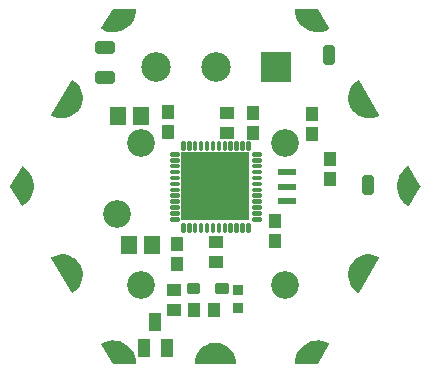
<source format=gbr>
G04 EAGLE Gerber RS-274X export*
G75*
%MOMM*%
%FSLAX34Y34*%
%LPD*%
%INSoldermask Bottom*%
%IPPOS*%
%AMOC8*
5,1,8,0,0,1.08239X$1,22.5*%
G01*
%ADD10R,1.101600X1.201600*%
%ADD11C,0.225016*%
%ADD12R,5.801588X5.801588*%
%ADD13R,1.501597X0.501600*%
%ADD14R,1.201600X1.101600*%
%ADD15R,1.401600X1.601600*%
%ADD16C,0.605878*%
%ADD17C,1.101600*%
%ADD18C,2.351600*%
%ADD19R,1.101600X1.501600*%
%ADD20R,2.501600X2.501600*%
%ADD21C,2.501600*%
%ADD22C,0.297525*%
%ADD23R,0.901600X0.901600*%

G36*
X363231Y195709D02*
X363231Y195709D01*
X363260Y195706D01*
X363327Y195728D01*
X363397Y195742D01*
X363421Y195759D01*
X363449Y195768D01*
X363502Y195815D01*
X363561Y195855D01*
X363577Y195879D01*
X363599Y195899D01*
X363630Y195963D01*
X363668Y196022D01*
X363673Y196051D01*
X363685Y196077D01*
X363694Y196177D01*
X363701Y196219D01*
X363698Y196229D01*
X363700Y196243D01*
X363468Y199041D01*
X363458Y199075D01*
X363454Y199123D01*
X362765Y201844D01*
X362750Y201876D01*
X362738Y201922D01*
X361610Y204494D01*
X361590Y204522D01*
X361571Y204566D01*
X360035Y206917D01*
X360011Y206941D01*
X359985Y206982D01*
X358083Y209047D01*
X358055Y209068D01*
X358022Y209103D01*
X355807Y210828D01*
X355776Y210843D01*
X355738Y210873D01*
X353268Y212209D01*
X353235Y212219D01*
X353193Y212242D01*
X352007Y212650D01*
X350553Y213149D01*
X350537Y213154D01*
X350503Y213159D01*
X350457Y213174D01*
X347688Y213636D01*
X347653Y213635D01*
X347606Y213643D01*
X344798Y213643D01*
X344764Y213636D01*
X344716Y213636D01*
X341947Y213174D01*
X341914Y213162D01*
X341867Y213154D01*
X339211Y212242D01*
X339181Y212225D01*
X339136Y212209D01*
X336666Y210873D01*
X336640Y210851D01*
X336597Y210828D01*
X334382Y209103D01*
X334359Y209077D01*
X334321Y209047D01*
X332419Y206982D01*
X332401Y206952D01*
X332369Y206917D01*
X330833Y204566D01*
X330820Y204534D01*
X330794Y204494D01*
X329666Y201922D01*
X329659Y201889D01*
X329656Y201882D01*
X329650Y201873D01*
X329649Y201867D01*
X329639Y201844D01*
X328950Y199123D01*
X328948Y199088D01*
X328936Y199041D01*
X328704Y196243D01*
X328708Y196214D01*
X328703Y196185D01*
X328720Y196116D01*
X328728Y196046D01*
X328742Y196020D01*
X328749Y195992D01*
X328791Y195935D01*
X328826Y195873D01*
X328850Y195855D01*
X328867Y195832D01*
X328928Y195796D01*
X328985Y195753D01*
X329013Y195745D01*
X329038Y195730D01*
X329136Y195714D01*
X329177Y195703D01*
X329188Y195705D01*
X329202Y195703D01*
X363202Y195703D01*
X363231Y195709D01*
G37*
G36*
X224809Y256012D02*
X224809Y256012D01*
X224880Y256009D01*
X224907Y256019D01*
X224936Y256021D01*
X225026Y256063D01*
X225066Y256078D01*
X225074Y256086D01*
X225087Y256092D01*
X227390Y257691D01*
X227414Y257717D01*
X227454Y257744D01*
X229463Y259701D01*
X229482Y259730D01*
X229517Y259763D01*
X231176Y262024D01*
X231191Y262055D01*
X231220Y262094D01*
X232484Y264597D01*
X232493Y264631D01*
X232515Y264674D01*
X233351Y267351D01*
X233354Y267385D01*
X233369Y267431D01*
X233752Y270210D01*
X233750Y270244D01*
X233756Y270292D01*
X233677Y273095D01*
X233669Y273129D01*
X233668Y273177D01*
X233129Y275929D01*
X233115Y275961D01*
X233106Y276009D01*
X232121Y278634D01*
X232106Y278659D01*
X232101Y278679D01*
X232093Y278690D01*
X232086Y278709D01*
X230682Y281137D01*
X230659Y281163D01*
X230635Y281205D01*
X228851Y283368D01*
X228824Y283390D01*
X228793Y283427D01*
X226677Y285268D01*
X226647Y285285D01*
X226611Y285317D01*
X224220Y286784D01*
X224188Y286795D01*
X224147Y286821D01*
X221548Y287874D01*
X221514Y287881D01*
X221469Y287899D01*
X218732Y288510D01*
X218697Y288511D01*
X218650Y288522D01*
X215850Y288674D01*
X215816Y288669D01*
X215768Y288672D01*
X212980Y288362D01*
X212947Y288351D01*
X212899Y288346D01*
X210201Y287581D01*
X210171Y287565D01*
X210124Y287552D01*
X207589Y286353D01*
X207565Y286336D01*
X207538Y286326D01*
X207486Y286277D01*
X207429Y286234D01*
X207415Y286209D01*
X207394Y286189D01*
X207365Y286124D01*
X207329Y286063D01*
X207326Y286034D01*
X207314Y286007D01*
X207313Y285936D01*
X207304Y285865D01*
X207312Y285837D01*
X207312Y285808D01*
X207346Y285715D01*
X207358Y285674D01*
X207365Y285665D01*
X207370Y285652D01*
X224370Y256252D01*
X224389Y256230D01*
X224402Y256204D01*
X224455Y256156D01*
X224502Y256103D01*
X224528Y256091D01*
X224550Y256071D01*
X224617Y256048D01*
X224681Y256018D01*
X224710Y256016D01*
X224738Y256007D01*
X224809Y256012D01*
G37*
G36*
X476588Y403735D02*
X476588Y403735D01*
X476636Y403732D01*
X479424Y404042D01*
X479457Y404053D01*
X479505Y404058D01*
X482203Y404823D01*
X482233Y404839D01*
X482280Y404852D01*
X484815Y406051D01*
X484839Y406068D01*
X484866Y406078D01*
X484918Y406127D01*
X484975Y406170D01*
X484989Y406195D01*
X485011Y406215D01*
X485039Y406280D01*
X485075Y406342D01*
X485078Y406370D01*
X485090Y406397D01*
X485091Y406468D01*
X485100Y406539D01*
X485092Y406567D01*
X485092Y406596D01*
X485058Y406689D01*
X485046Y406730D01*
X485039Y406739D01*
X485034Y406752D01*
X468034Y436152D01*
X468015Y436174D01*
X468002Y436200D01*
X467949Y436248D01*
X467902Y436301D01*
X467876Y436313D01*
X467854Y436333D01*
X467787Y436356D01*
X467723Y436386D01*
X467694Y436388D01*
X467666Y436397D01*
X467595Y436392D01*
X467524Y436395D01*
X467497Y436385D01*
X467468Y436383D01*
X467378Y436341D01*
X467338Y436326D01*
X467330Y436318D01*
X467317Y436312D01*
X465014Y434713D01*
X464990Y434688D01*
X464950Y434660D01*
X462941Y432703D01*
X462922Y432674D01*
X462887Y432641D01*
X461228Y430380D01*
X461213Y430349D01*
X461184Y430310D01*
X459920Y427807D01*
X459911Y427773D01*
X459889Y427730D01*
X459053Y425053D01*
X459050Y425019D01*
X459035Y424973D01*
X458652Y422194D01*
X458654Y422160D01*
X458648Y422112D01*
X458727Y419309D01*
X458735Y419275D01*
X458736Y419227D01*
X459275Y416475D01*
X459289Y416443D01*
X459298Y416395D01*
X460283Y413770D01*
X460301Y413740D01*
X460318Y413695D01*
X461722Y411267D01*
X461745Y411241D01*
X461769Y411200D01*
X463553Y409036D01*
X463580Y409014D01*
X463611Y408977D01*
X465727Y407136D01*
X465757Y407119D01*
X465793Y407088D01*
X468184Y405620D01*
X468216Y405609D01*
X468257Y405583D01*
X470856Y404530D01*
X470890Y404523D01*
X470935Y404505D01*
X473672Y403894D01*
X473707Y403893D01*
X473754Y403882D01*
X476554Y403730D01*
X476588Y403735D01*
G37*
G36*
X467628Y256013D02*
X467628Y256013D01*
X467699Y256012D01*
X467726Y256023D01*
X467755Y256027D01*
X467817Y256061D01*
X467882Y256089D01*
X467903Y256110D01*
X467928Y256124D01*
X467991Y256200D01*
X468021Y256231D01*
X468025Y256241D01*
X468034Y256252D01*
X485034Y285652D01*
X485043Y285680D01*
X485060Y285704D01*
X485075Y285773D01*
X485097Y285841D01*
X485095Y285870D01*
X485101Y285898D01*
X485088Y285968D01*
X485082Y286039D01*
X485069Y286065D01*
X485063Y286093D01*
X485023Y286152D01*
X484991Y286215D01*
X484968Y286234D01*
X484952Y286258D01*
X484870Y286315D01*
X484837Y286342D01*
X484827Y286345D01*
X484815Y286353D01*
X482280Y287552D01*
X482246Y287560D01*
X482203Y287581D01*
X479505Y288346D01*
X479470Y288348D01*
X479424Y288362D01*
X476636Y288672D01*
X476602Y288669D01*
X476554Y288674D01*
X473754Y288522D01*
X473720Y288513D01*
X473672Y288510D01*
X470935Y287899D01*
X470903Y287885D01*
X470856Y287874D01*
X468257Y286821D01*
X468228Y286802D01*
X468184Y286784D01*
X465793Y285317D01*
X465768Y285293D01*
X465727Y285268D01*
X463611Y283427D01*
X463590Y283400D01*
X463553Y283368D01*
X461769Y281205D01*
X461753Y281174D01*
X461722Y281137D01*
X460318Y278709D01*
X460307Y278676D01*
X460300Y278663D01*
X460290Y278649D01*
X460290Y278646D01*
X460283Y278634D01*
X459298Y276009D01*
X459292Y275974D01*
X459275Y275929D01*
X458736Y273177D01*
X458736Y273143D01*
X458727Y273095D01*
X458648Y270292D01*
X458654Y270258D01*
X458652Y270210D01*
X459035Y267431D01*
X459047Y267399D01*
X459053Y267351D01*
X459889Y264674D01*
X459906Y264643D01*
X459920Y264597D01*
X461184Y262094D01*
X461206Y262067D01*
X461228Y262024D01*
X462887Y259763D01*
X462913Y259740D01*
X462941Y259701D01*
X464950Y257744D01*
X464979Y257725D01*
X465014Y257691D01*
X467317Y256092D01*
X467344Y256080D01*
X467367Y256062D01*
X467435Y256041D01*
X467500Y256013D01*
X467529Y256013D01*
X467557Y256005D01*
X467628Y256013D01*
G37*
G36*
X218650Y403882D02*
X218650Y403882D01*
X218684Y403891D01*
X218732Y403894D01*
X221469Y404505D01*
X221501Y404519D01*
X221548Y404530D01*
X224147Y405583D01*
X224176Y405602D01*
X224220Y405620D01*
X226611Y407088D01*
X226636Y407111D01*
X226677Y407136D01*
X228793Y408977D01*
X228814Y409004D01*
X228851Y409036D01*
X230635Y411200D01*
X230651Y411230D01*
X230682Y411267D01*
X232086Y413695D01*
X232097Y413728D01*
X232121Y413770D01*
X233106Y416395D01*
X233112Y416430D01*
X233129Y416475D01*
X233668Y419227D01*
X233668Y419262D01*
X233677Y419309D01*
X233756Y422112D01*
X233751Y422146D01*
X233752Y422194D01*
X233369Y424973D01*
X233357Y425005D01*
X233351Y425053D01*
X232515Y427730D01*
X232498Y427761D01*
X232484Y427807D01*
X231220Y430310D01*
X231198Y430337D01*
X231176Y430380D01*
X229517Y432641D01*
X229491Y432664D01*
X229463Y432703D01*
X227454Y434660D01*
X227425Y434679D01*
X227390Y434713D01*
X225087Y436312D01*
X225060Y436324D01*
X225037Y436342D01*
X224969Y436363D01*
X224904Y436391D01*
X224875Y436391D01*
X224847Y436399D01*
X224776Y436391D01*
X224705Y436392D01*
X224678Y436381D01*
X224649Y436377D01*
X224587Y436343D01*
X224522Y436315D01*
X224501Y436294D01*
X224476Y436280D01*
X224413Y436204D01*
X224383Y436173D01*
X224379Y436163D01*
X224370Y436152D01*
X207370Y406752D01*
X207361Y406724D01*
X207344Y406700D01*
X207329Y406631D01*
X207307Y406563D01*
X207309Y406534D01*
X207303Y406506D01*
X207316Y406436D01*
X207322Y406365D01*
X207335Y406339D01*
X207341Y406311D01*
X207381Y406252D01*
X207413Y406189D01*
X207436Y406170D01*
X207452Y406146D01*
X207534Y406089D01*
X207567Y406062D01*
X207577Y406059D01*
X207589Y406051D01*
X210124Y404852D01*
X210158Y404844D01*
X210201Y404823D01*
X212899Y404058D01*
X212934Y404056D01*
X212980Y404042D01*
X215768Y403732D01*
X215802Y403735D01*
X215850Y403730D01*
X218650Y403882D01*
G37*
G36*
X509929Y329213D02*
X509929Y329213D01*
X510000Y329213D01*
X510027Y329224D01*
X510056Y329227D01*
X510118Y329262D01*
X510183Y329290D01*
X510204Y329310D01*
X510229Y329325D01*
X510292Y329402D01*
X510322Y329432D01*
X510326Y329442D01*
X510335Y329453D01*
X519835Y345953D01*
X519845Y345985D01*
X519854Y345998D01*
X519858Y346022D01*
X519859Y346026D01*
X519890Y346096D01*
X519890Y346120D01*
X519898Y346142D01*
X519892Y346218D01*
X519893Y346295D01*
X519883Y346319D01*
X519882Y346340D01*
X519861Y346379D01*
X519835Y346451D01*
X510335Y362951D01*
X510316Y362973D01*
X510303Y362999D01*
X510250Y363047D01*
X510203Y363100D01*
X510177Y363113D01*
X510156Y363132D01*
X510088Y363155D01*
X510024Y363186D01*
X509995Y363188D01*
X509968Y363197D01*
X509896Y363192D01*
X509825Y363195D01*
X509798Y363185D01*
X509769Y363183D01*
X509679Y363141D01*
X509639Y363126D01*
X509631Y363119D01*
X509618Y363113D01*
X507095Y361371D01*
X507071Y361347D01*
X507033Y361320D01*
X504821Y359196D01*
X504802Y359168D01*
X504768Y359136D01*
X502926Y356685D01*
X502912Y356654D01*
X502883Y356617D01*
X501458Y353902D01*
X501449Y353871D01*
X501433Y353846D01*
X501432Y353838D01*
X501427Y353828D01*
X500456Y350920D01*
X500452Y350886D01*
X500437Y350842D01*
X499945Y347815D01*
X499946Y347781D01*
X499938Y347735D01*
X499938Y344669D01*
X499939Y344665D01*
X499939Y344663D01*
X499945Y344636D01*
X499945Y344589D01*
X500437Y341562D01*
X500449Y341531D01*
X500456Y341484D01*
X501427Y338576D01*
X501444Y338547D01*
X501458Y338502D01*
X502883Y335787D01*
X502905Y335761D01*
X502926Y335719D01*
X504768Y333268D01*
X504793Y333245D01*
X504821Y333208D01*
X507033Y331084D01*
X507061Y331066D01*
X507095Y331033D01*
X509618Y329291D01*
X509645Y329280D01*
X509667Y329261D01*
X509736Y329241D01*
X509801Y329213D01*
X509830Y329213D01*
X509858Y329205D01*
X509929Y329213D01*
G37*
G36*
X182508Y329212D02*
X182508Y329212D01*
X182579Y329209D01*
X182606Y329219D01*
X182635Y329221D01*
X182725Y329263D01*
X182765Y329278D01*
X182773Y329285D01*
X182786Y329291D01*
X185309Y331033D01*
X185333Y331057D01*
X185371Y331084D01*
X187583Y333208D01*
X187602Y333236D01*
X187636Y333268D01*
X189478Y335719D01*
X189492Y335750D01*
X189521Y335787D01*
X190946Y338502D01*
X190955Y338535D01*
X190977Y338576D01*
X191948Y341484D01*
X191952Y341518D01*
X191967Y341562D01*
X192459Y344589D01*
X192458Y344623D01*
X192466Y344669D01*
X192466Y347735D01*
X192459Y347768D01*
X192459Y347815D01*
X191967Y350842D01*
X191955Y350873D01*
X191948Y350920D01*
X190977Y353828D01*
X190964Y353851D01*
X190958Y353876D01*
X190951Y353885D01*
X190946Y353902D01*
X189521Y356617D01*
X189499Y356643D01*
X189478Y356685D01*
X187636Y359136D01*
X187611Y359159D01*
X187583Y359196D01*
X185371Y361320D01*
X185343Y361338D01*
X185309Y361371D01*
X182786Y363113D01*
X182759Y363124D01*
X182737Y363143D01*
X182668Y363163D01*
X182603Y363191D01*
X182574Y363191D01*
X182546Y363199D01*
X182475Y363191D01*
X182404Y363192D01*
X182377Y363180D01*
X182348Y363177D01*
X182286Y363142D01*
X182221Y363114D01*
X182200Y363094D01*
X182175Y363079D01*
X182112Y363002D01*
X182082Y362972D01*
X182078Y362962D01*
X182069Y362951D01*
X172569Y346451D01*
X172545Y346378D01*
X172514Y346308D01*
X172514Y346284D01*
X172506Y346262D01*
X172513Y346186D01*
X172512Y346109D01*
X172521Y346085D01*
X172522Y346064D01*
X172543Y346025D01*
X172562Y345973D01*
X172563Y345967D01*
X172565Y345965D01*
X172569Y345953D01*
X182069Y329453D01*
X182088Y329431D01*
X182101Y329405D01*
X182154Y329357D01*
X182201Y329304D01*
X182227Y329291D01*
X182249Y329272D01*
X182316Y329249D01*
X182380Y329218D01*
X182409Y329217D01*
X182436Y329207D01*
X182508Y329212D01*
G37*
G36*
X432878Y195718D02*
X432878Y195718D01*
X432956Y195727D01*
X432975Y195738D01*
X432997Y195742D01*
X433061Y195786D01*
X433129Y195825D01*
X433145Y195844D01*
X433161Y195855D01*
X433185Y195893D01*
X433235Y195953D01*
X442735Y212453D01*
X442744Y212480D01*
X442760Y212504D01*
X442775Y212574D01*
X442798Y212642D01*
X442795Y212670D01*
X442801Y212698D01*
X442788Y212769D01*
X442782Y212840D01*
X442769Y212865D01*
X442763Y212893D01*
X442723Y212953D01*
X442690Y213016D01*
X442668Y213034D01*
X442652Y213058D01*
X442569Y213116D01*
X442537Y213143D01*
X442526Y213146D01*
X442516Y213153D01*
X439750Y214462D01*
X439717Y214470D01*
X439674Y214490D01*
X436734Y215338D01*
X436700Y215341D01*
X436656Y215354D01*
X433618Y215719D01*
X433584Y215716D01*
X433537Y215722D01*
X430480Y215595D01*
X430447Y215587D01*
X430400Y215586D01*
X427403Y214970D01*
X427372Y214957D01*
X427326Y214948D01*
X424466Y213859D01*
X424438Y213841D01*
X424394Y213825D01*
X421746Y212291D01*
X421720Y212269D01*
X421680Y212246D01*
X419312Y210308D01*
X419290Y210281D01*
X419254Y210252D01*
X417227Y207959D01*
X417211Y207930D01*
X417179Y207895D01*
X415547Y205307D01*
X415535Y205275D01*
X415510Y205236D01*
X414314Y202419D01*
X414307Y202386D01*
X414304Y202379D01*
X414300Y202373D01*
X414299Y202367D01*
X414288Y202343D01*
X413560Y199371D01*
X413558Y199337D01*
X413547Y199292D01*
X413304Y196242D01*
X413308Y196213D01*
X413303Y196185D01*
X413320Y196116D01*
X413328Y196044D01*
X413343Y196020D01*
X413349Y195992D01*
X413392Y195934D01*
X413428Y195872D01*
X413450Y195855D01*
X413467Y195832D01*
X413529Y195795D01*
X413586Y195752D01*
X413614Y195745D01*
X413638Y195730D01*
X413738Y195714D01*
X413779Y195703D01*
X413789Y195705D01*
X413802Y195703D01*
X432802Y195703D01*
X432878Y195718D01*
G37*
G36*
X433571Y476687D02*
X433571Y476687D01*
X433618Y476685D01*
X436656Y477050D01*
X436688Y477061D01*
X436734Y477066D01*
X439674Y477914D01*
X439704Y477930D01*
X439750Y477942D01*
X442516Y479251D01*
X442538Y479268D01*
X442565Y479278D01*
X442617Y479327D01*
X442675Y479370D01*
X442689Y479395D01*
X442710Y479414D01*
X442739Y479480D01*
X442775Y479542D01*
X442778Y479570D01*
X442790Y479596D01*
X442791Y479668D01*
X442800Y479739D01*
X442792Y479766D01*
X442793Y479795D01*
X442757Y479890D01*
X442746Y479930D01*
X442739Y479939D01*
X442735Y479951D01*
X433235Y496451D01*
X433183Y496510D01*
X433137Y496572D01*
X433118Y496583D01*
X433103Y496600D01*
X433033Y496634D01*
X432966Y496674D01*
X432942Y496678D01*
X432924Y496686D01*
X432879Y496688D01*
X432802Y496701D01*
X413802Y496701D01*
X413774Y496696D01*
X413746Y496698D01*
X413678Y496676D01*
X413607Y496662D01*
X413584Y496646D01*
X413557Y496637D01*
X413502Y496590D01*
X413443Y496549D01*
X413428Y496525D01*
X413407Y496507D01*
X413375Y496442D01*
X413336Y496382D01*
X413331Y496354D01*
X413319Y496328D01*
X413310Y496227D01*
X413303Y496185D01*
X413305Y496175D01*
X413304Y496162D01*
X413547Y493112D01*
X413556Y493080D01*
X413560Y493033D01*
X414288Y490061D01*
X414303Y490030D01*
X414314Y489985D01*
X415510Y487168D01*
X415529Y487140D01*
X415547Y487097D01*
X417179Y484509D01*
X417203Y484485D01*
X417227Y484445D01*
X419254Y482152D01*
X419281Y482132D01*
X419312Y482096D01*
X421680Y480158D01*
X421710Y480142D01*
X421746Y480113D01*
X424394Y478580D01*
X424426Y478569D01*
X424466Y478545D01*
X427326Y477457D01*
X427359Y477451D01*
X427403Y477434D01*
X430400Y476818D01*
X430434Y476818D01*
X430480Y476809D01*
X433537Y476682D01*
X433571Y476687D01*
G37*
G36*
X278630Y195708D02*
X278630Y195708D01*
X278658Y195706D01*
X278726Y195728D01*
X278797Y195742D01*
X278820Y195758D01*
X278847Y195767D01*
X278902Y195814D01*
X278961Y195855D01*
X278976Y195879D01*
X278998Y195897D01*
X279029Y195962D01*
X279068Y196022D01*
X279073Y196050D01*
X279085Y196076D01*
X279094Y196177D01*
X279101Y196219D01*
X279099Y196229D01*
X279100Y196242D01*
X278857Y199292D01*
X278848Y199324D01*
X278844Y199371D01*
X278116Y202343D01*
X278101Y202374D01*
X278090Y202419D01*
X276894Y205236D01*
X276875Y205264D01*
X276857Y205307D01*
X275225Y207895D01*
X275201Y207919D01*
X275177Y207959D01*
X273150Y210252D01*
X273123Y210272D01*
X273092Y210308D01*
X270725Y212246D01*
X270694Y212262D01*
X270658Y212291D01*
X268010Y213825D01*
X267978Y213835D01*
X267938Y213859D01*
X265078Y214948D01*
X265045Y214953D01*
X265001Y214970D01*
X262004Y215586D01*
X261970Y215586D01*
X261924Y215595D01*
X258867Y215722D01*
X258833Y215717D01*
X258786Y215719D01*
X255748Y215354D01*
X255716Y215343D01*
X255670Y215338D01*
X252730Y214490D01*
X252700Y214474D01*
X252655Y214462D01*
X249889Y213153D01*
X249866Y213136D01*
X249839Y213126D01*
X249787Y213077D01*
X249729Y213034D01*
X249715Y213009D01*
X249694Y212990D01*
X249665Y212924D01*
X249629Y212862D01*
X249626Y212834D01*
X249614Y212808D01*
X249613Y212736D01*
X249604Y212665D01*
X249612Y212638D01*
X249612Y212609D01*
X249647Y212514D01*
X249658Y212474D01*
X249665Y212465D01*
X249669Y212453D01*
X259169Y195953D01*
X259221Y195895D01*
X259267Y195832D01*
X259286Y195821D01*
X259301Y195804D01*
X259371Y195770D01*
X259438Y195730D01*
X259463Y195726D01*
X259480Y195718D01*
X259525Y195716D01*
X259602Y195703D01*
X278602Y195703D01*
X278630Y195708D01*
G37*
G36*
X261924Y476809D02*
X261924Y476809D01*
X261957Y476817D01*
X262004Y476818D01*
X265001Y477434D01*
X265032Y477447D01*
X265078Y477457D01*
X267938Y478545D01*
X267967Y478563D01*
X268010Y478580D01*
X270658Y480113D01*
X270684Y480135D01*
X270725Y480158D01*
X273092Y482096D01*
X273114Y482123D01*
X273150Y482152D01*
X275177Y484445D01*
X275194Y484474D01*
X275225Y484509D01*
X276857Y487097D01*
X276869Y487129D01*
X276894Y487168D01*
X278090Y489985D01*
X278097Y490018D01*
X278116Y490061D01*
X278844Y493033D01*
X278846Y493067D01*
X278857Y493112D01*
X279100Y496162D01*
X279096Y496191D01*
X279101Y496219D01*
X279084Y496288D01*
X279076Y496360D01*
X279062Y496384D01*
X279055Y496412D01*
X279012Y496470D01*
X278977Y496532D01*
X278954Y496549D01*
X278937Y496572D01*
X278875Y496609D01*
X278818Y496652D01*
X278790Y496659D01*
X278766Y496674D01*
X278666Y496690D01*
X278625Y496701D01*
X278615Y496699D01*
X278602Y496701D01*
X259602Y496701D01*
X259526Y496686D01*
X259448Y496677D01*
X259429Y496666D01*
X259407Y496662D01*
X259343Y496618D01*
X259275Y496579D01*
X259259Y496560D01*
X259243Y496549D01*
X259219Y496511D01*
X259169Y496451D01*
X249669Y479951D01*
X249660Y479924D01*
X249644Y479900D01*
X249629Y479830D01*
X249606Y479762D01*
X249609Y479734D01*
X249603Y479706D01*
X249617Y479636D01*
X249622Y479564D01*
X249635Y479539D01*
X249641Y479511D01*
X249681Y479451D01*
X249714Y479388D01*
X249736Y479370D01*
X249752Y479346D01*
X249835Y479288D01*
X249867Y479261D01*
X249878Y479258D01*
X249889Y479251D01*
X252655Y477942D01*
X252688Y477934D01*
X252730Y477914D01*
X255670Y477066D01*
X255704Y477063D01*
X255748Y477050D01*
X258786Y476685D01*
X258820Y476688D01*
X258867Y476682D01*
X261924Y476809D01*
G37*
D10*
X442940Y369619D03*
X442940Y352619D03*
D11*
X377819Y373069D02*
X377819Y374335D01*
X383585Y374335D01*
X383585Y373069D01*
X377819Y373069D01*
X377819Y369335D02*
X377819Y368069D01*
X377819Y369335D02*
X383585Y369335D01*
X383585Y368069D01*
X377819Y368069D01*
X377819Y364335D02*
X377819Y363069D01*
X377819Y364335D02*
X383585Y364335D01*
X383585Y363069D01*
X377819Y363069D01*
X377819Y359335D02*
X377819Y358069D01*
X377819Y359335D02*
X383585Y359335D01*
X383585Y358069D01*
X377819Y358069D01*
X377819Y354335D02*
X377819Y353069D01*
X377819Y354335D02*
X383585Y354335D01*
X383585Y353069D01*
X377819Y353069D01*
X377819Y349335D02*
X377819Y348069D01*
X377819Y349335D02*
X383585Y349335D01*
X383585Y348069D01*
X377819Y348069D01*
X377819Y344335D02*
X377819Y343069D01*
X377819Y344335D02*
X383585Y344335D01*
X383585Y343069D01*
X377819Y343069D01*
X377819Y339335D02*
X377819Y338069D01*
X377819Y339335D02*
X383585Y339335D01*
X383585Y338069D01*
X377819Y338069D01*
X377819Y334335D02*
X377819Y333069D01*
X377819Y334335D02*
X383585Y334335D01*
X383585Y333069D01*
X377819Y333069D01*
X377819Y329335D02*
X377819Y328069D01*
X377819Y329335D02*
X383585Y329335D01*
X383585Y328069D01*
X377819Y328069D01*
X377819Y324335D02*
X377819Y323069D01*
X377819Y324335D02*
X383585Y324335D01*
X383585Y323069D01*
X377819Y323069D01*
X377819Y319335D02*
X377819Y318069D01*
X377819Y319335D02*
X383585Y319335D01*
X383585Y318069D01*
X377819Y318069D01*
X374335Y314585D02*
X373069Y314585D01*
X374335Y314585D02*
X374335Y308819D01*
X373069Y308819D01*
X373069Y314585D01*
X373069Y310956D02*
X374335Y310956D01*
X374335Y313093D02*
X373069Y313093D01*
X369335Y314585D02*
X368069Y314585D01*
X369335Y314585D02*
X369335Y308819D01*
X368069Y308819D01*
X368069Y314585D01*
X368069Y310956D02*
X369335Y310956D01*
X369335Y313093D02*
X368069Y313093D01*
X364335Y314585D02*
X363069Y314585D01*
X364335Y314585D02*
X364335Y308819D01*
X363069Y308819D01*
X363069Y314585D01*
X363069Y310956D02*
X364335Y310956D01*
X364335Y313093D02*
X363069Y313093D01*
X359335Y314585D02*
X358069Y314585D01*
X359335Y314585D02*
X359335Y308819D01*
X358069Y308819D01*
X358069Y314585D01*
X358069Y310956D02*
X359335Y310956D01*
X359335Y313093D02*
X358069Y313093D01*
X354335Y314585D02*
X353069Y314585D01*
X354335Y314585D02*
X354335Y308819D01*
X353069Y308819D01*
X353069Y314585D01*
X353069Y310956D02*
X354335Y310956D01*
X354335Y313093D02*
X353069Y313093D01*
X349335Y314585D02*
X348069Y314585D01*
X349335Y314585D02*
X349335Y308819D01*
X348069Y308819D01*
X348069Y314585D01*
X348069Y310956D02*
X349335Y310956D01*
X349335Y313093D02*
X348069Y313093D01*
X344335Y314585D02*
X343069Y314585D01*
X344335Y314585D02*
X344335Y308819D01*
X343069Y308819D01*
X343069Y314585D01*
X343069Y310956D02*
X344335Y310956D01*
X344335Y313093D02*
X343069Y313093D01*
X339335Y314585D02*
X338069Y314585D01*
X339335Y314585D02*
X339335Y308819D01*
X338069Y308819D01*
X338069Y314585D01*
X338069Y310956D02*
X339335Y310956D01*
X339335Y313093D02*
X338069Y313093D01*
X334335Y314585D02*
X333069Y314585D01*
X334335Y314585D02*
X334335Y308819D01*
X333069Y308819D01*
X333069Y314585D01*
X333069Y310956D02*
X334335Y310956D01*
X334335Y313093D02*
X333069Y313093D01*
X329335Y314585D02*
X328069Y314585D01*
X329335Y314585D02*
X329335Y308819D01*
X328069Y308819D01*
X328069Y314585D01*
X328069Y310956D02*
X329335Y310956D01*
X329335Y313093D02*
X328069Y313093D01*
X324335Y314585D02*
X323069Y314585D01*
X324335Y314585D02*
X324335Y308819D01*
X323069Y308819D01*
X323069Y314585D01*
X323069Y310956D02*
X324335Y310956D01*
X324335Y313093D02*
X323069Y313093D01*
X319335Y314585D02*
X318069Y314585D01*
X319335Y314585D02*
X319335Y308819D01*
X318069Y308819D01*
X318069Y314585D01*
X318069Y310956D02*
X319335Y310956D01*
X319335Y313093D02*
X318069Y313093D01*
X314585Y318069D02*
X314585Y319335D01*
X314585Y318069D02*
X308819Y318069D01*
X308819Y319335D01*
X314585Y319335D01*
X314585Y323069D02*
X314585Y324335D01*
X314585Y323069D02*
X308819Y323069D01*
X308819Y324335D01*
X314585Y324335D01*
X314585Y328069D02*
X314585Y329335D01*
X314585Y328069D02*
X308819Y328069D01*
X308819Y329335D01*
X314585Y329335D01*
X314585Y333069D02*
X314585Y334335D01*
X314585Y333069D02*
X308819Y333069D01*
X308819Y334335D01*
X314585Y334335D01*
X314585Y338069D02*
X314585Y339335D01*
X314585Y338069D02*
X308819Y338069D01*
X308819Y339335D01*
X314585Y339335D01*
X314585Y343069D02*
X314585Y344335D01*
X314585Y343069D02*
X308819Y343069D01*
X308819Y344335D01*
X314585Y344335D01*
X314585Y348069D02*
X314585Y349335D01*
X314585Y348069D02*
X308819Y348069D01*
X308819Y349335D01*
X314585Y349335D01*
X314585Y353069D02*
X314585Y354335D01*
X314585Y353069D02*
X308819Y353069D01*
X308819Y354335D01*
X314585Y354335D01*
X314585Y358069D02*
X314585Y359335D01*
X314585Y358069D02*
X308819Y358069D01*
X308819Y359335D01*
X314585Y359335D01*
X314585Y363069D02*
X314585Y364335D01*
X314585Y363069D02*
X308819Y363069D01*
X308819Y364335D01*
X314585Y364335D01*
X314585Y368069D02*
X314585Y369335D01*
X314585Y368069D02*
X308819Y368069D01*
X308819Y369335D01*
X314585Y369335D01*
X314585Y373069D02*
X314585Y374335D01*
X314585Y373069D02*
X308819Y373069D01*
X308819Y374335D01*
X314585Y374335D01*
X318069Y377819D02*
X319335Y377819D01*
X318069Y377819D02*
X318069Y383585D01*
X319335Y383585D01*
X319335Y377819D01*
X319335Y379956D02*
X318069Y379956D01*
X318069Y382093D02*
X319335Y382093D01*
X323069Y377819D02*
X324335Y377819D01*
X323069Y377819D02*
X323069Y383585D01*
X324335Y383585D01*
X324335Y377819D01*
X324335Y379956D02*
X323069Y379956D01*
X323069Y382093D02*
X324335Y382093D01*
X328069Y377819D02*
X329335Y377819D01*
X328069Y377819D02*
X328069Y383585D01*
X329335Y383585D01*
X329335Y377819D01*
X329335Y379956D02*
X328069Y379956D01*
X328069Y382093D02*
X329335Y382093D01*
X333069Y377819D02*
X334335Y377819D01*
X333069Y377819D02*
X333069Y383585D01*
X334335Y383585D01*
X334335Y377819D01*
X334335Y379956D02*
X333069Y379956D01*
X333069Y382093D02*
X334335Y382093D01*
X338069Y377819D02*
X339335Y377819D01*
X338069Y377819D02*
X338069Y383585D01*
X339335Y383585D01*
X339335Y377819D01*
X339335Y379956D02*
X338069Y379956D01*
X338069Y382093D02*
X339335Y382093D01*
X343069Y377819D02*
X344335Y377819D01*
X343069Y377819D02*
X343069Y383585D01*
X344335Y383585D01*
X344335Y377819D01*
X344335Y379956D02*
X343069Y379956D01*
X343069Y382093D02*
X344335Y382093D01*
X348069Y377819D02*
X349335Y377819D01*
X348069Y377819D02*
X348069Y383585D01*
X349335Y383585D01*
X349335Y377819D01*
X349335Y379956D02*
X348069Y379956D01*
X348069Y382093D02*
X349335Y382093D01*
X353069Y377819D02*
X354335Y377819D01*
X353069Y377819D02*
X353069Y383585D01*
X354335Y383585D01*
X354335Y377819D01*
X354335Y379956D02*
X353069Y379956D01*
X353069Y382093D02*
X354335Y382093D01*
X358069Y377819D02*
X359335Y377819D01*
X358069Y377819D02*
X358069Y383585D01*
X359335Y383585D01*
X359335Y377819D01*
X359335Y379956D02*
X358069Y379956D01*
X358069Y382093D02*
X359335Y382093D01*
X363069Y377819D02*
X364335Y377819D01*
X363069Y377819D02*
X363069Y383585D01*
X364335Y383585D01*
X364335Y377819D01*
X364335Y379956D02*
X363069Y379956D01*
X363069Y382093D02*
X364335Y382093D01*
X368069Y377819D02*
X369335Y377819D01*
X368069Y377819D02*
X368069Y383585D01*
X369335Y383585D01*
X369335Y377819D01*
X369335Y379956D02*
X368069Y379956D01*
X368069Y382093D02*
X369335Y382093D01*
X373069Y377819D02*
X374335Y377819D01*
X373069Y377819D02*
X373069Y383585D01*
X374335Y383585D01*
X374335Y377819D01*
X374335Y379956D02*
X373069Y379956D01*
X373069Y382093D02*
X374335Y382093D01*
D12*
X346202Y346202D03*
D13*
X406875Y357930D03*
X406875Y345930D03*
X406875Y333930D03*
D14*
X355910Y408162D03*
X355910Y391162D03*
D15*
X273212Y296738D03*
X292212Y296738D03*
X282941Y405953D03*
X263941Y405953D03*
D10*
X396644Y316686D03*
X396644Y299686D03*
X377693Y391314D03*
X377693Y408314D03*
X305636Y392355D03*
X305636Y409355D03*
X313467Y297664D03*
X313467Y280664D03*
X428384Y407521D03*
X428384Y390521D03*
D16*
X257701Y436179D02*
X246743Y436179D01*
X246743Y441137D01*
X257701Y441137D01*
X257701Y436179D01*
X257701Y466537D02*
X246743Y466537D01*
X257701Y466537D02*
X257701Y461579D01*
X246743Y461579D01*
X246743Y466537D01*
X439481Y463695D02*
X439481Y452737D01*
X439481Y463695D02*
X444439Y463695D01*
X444439Y452737D01*
X439481Y452737D01*
X439481Y458493D02*
X444439Y458493D01*
X472501Y352951D02*
X472501Y341993D01*
X472501Y352951D02*
X477459Y352951D01*
X477459Y341993D01*
X472501Y341993D01*
X472501Y347749D02*
X477459Y347749D01*
D17*
X428802Y489302D03*
X511402Y346202D03*
X428802Y203102D03*
X263602Y203102D03*
X181002Y346202D03*
X263602Y489302D03*
X470102Y417702D03*
X470102Y274702D03*
X346202Y203102D03*
X222302Y274702D03*
X222302Y417702D03*
D18*
X263210Y322890D03*
X283210Y262890D03*
X405210Y262890D03*
X405210Y382890D03*
X283210Y382890D03*
D19*
X295402Y231599D03*
X285902Y209599D03*
X304902Y209599D03*
D14*
X347078Y299381D03*
X347078Y282381D03*
X310769Y241715D03*
X310769Y258715D03*
D20*
X397256Y446850D03*
D21*
X346456Y446850D03*
X295656Y446850D03*
D22*
X323577Y256478D02*
X331619Y256478D01*
X323577Y256478D02*
X323577Y262520D01*
X331619Y262520D01*
X331619Y256478D01*
X331619Y259304D02*
X323577Y259304D01*
X323577Y262130D02*
X331619Y262130D01*
X347577Y256478D02*
X355619Y256478D01*
X347577Y256478D02*
X347577Y262520D01*
X355619Y262520D01*
X355619Y256478D01*
X355619Y259304D02*
X347577Y259304D01*
X347577Y262130D02*
X355619Y262130D01*
D10*
X327898Y241833D03*
X344898Y241833D03*
D23*
X365379Y258363D03*
X365379Y243363D03*
M02*

</source>
